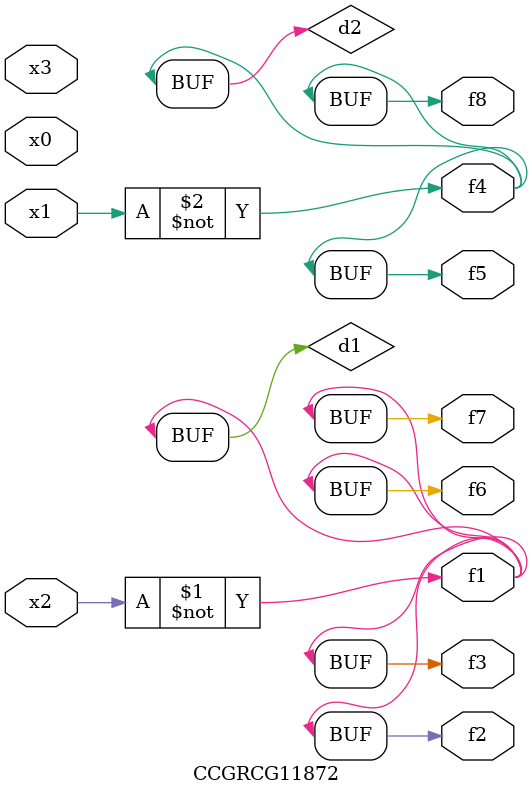
<source format=v>
module CCGRCG11872(
	input x0, x1, x2, x3,
	output f1, f2, f3, f4, f5, f6, f7, f8
);

	wire d1, d2;

	xnor (d1, x2);
	not (d2, x1);
	assign f1 = d1;
	assign f2 = d1;
	assign f3 = d1;
	assign f4 = d2;
	assign f5 = d2;
	assign f6 = d1;
	assign f7 = d1;
	assign f8 = d2;
endmodule

</source>
